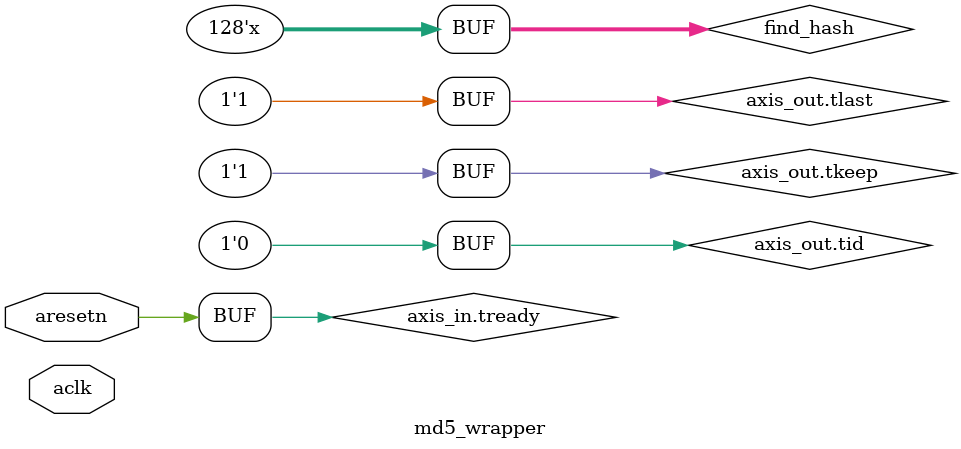
<source format=sv>
`timescale 1ns / 1ps


module md5_wrapper(
    input aclk,
    input aresetn,
    
    AXI4SR.s                 axis_in,
    AXI4SR.m                 axis_out
    );


assign axis_in.tready = aresetn;

assign axis_out.tlast = 1'b1;
assign axis_out.tkeep = 64'hffffffffffffffff;
assign axis_out.tid = 0;


wire start = axis_in.tvalid && axis_in.tready;
wire [127:0] find_hash = axis_in.tdata[127:0];

wire stop;
wire [63:0] result;

always @(posedge aclk) begin
    if (~aresetn) begin
        axis_out.tvalid <= 0;
        axis_out.tdata[511:0] <= 0;
    end else begin
        if (stop) begin
            axis_out.tvalid <= 1;
            axis_out.tdata[511:64] <= 0;
            axis_out.tdata[63:0] <= result;
        end

        if(axis_out.tvalid && axis_out.tready) begin
            axis_out.tvalid <= 0;
            axis_out.tdata[511:0] <= 0;
        end
    end
end

md5_brute mb (
    .aclk(aclk),
    .aresetn(aresetn),
    .start(start),
    .find_hash(find_hash),
    .result(result),
    .stop(stop)
);

endmodule

</source>
